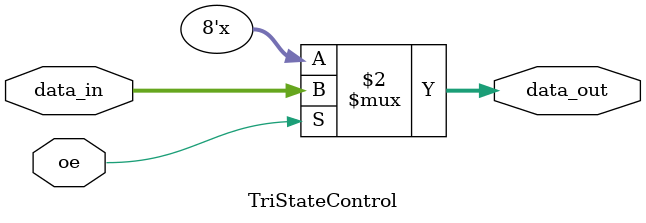
<source format=sv>
module TriStateOR(
    input oe,       // 输出使能
    input [7:0] a, b,
    output [7:0] y
);
    // 内部连线
    wire [7:0] or_result;
    
    // 实例化逻辑运算子模块
    LogicOperator logic_op (
        .a(a),
        .b(b),
        .result(or_result)
    );
    
    // 实例化三态输出控制子模块
    TriStateControl tri_ctrl (
        .oe(oe),
        .data_in(or_result),
        .data_out(y)
    );
endmodule

// 逻辑运算子模块 - 处理位运算操作
module LogicOperator(
    input [7:0] a, b,
    output [7:0] result
);
    // 参数化实现OR运算
    assign result = a | b;
endmodule

// 三态控制子模块 - 处理输出使能控制
module TriStateControl(
    input oe,
    input [7:0] data_in,
    output reg [7:0] data_out
);
    always @(*) begin
        data_out = oe ? data_in : 8'bzzzzzzzz;
    end
endmodule
</source>
